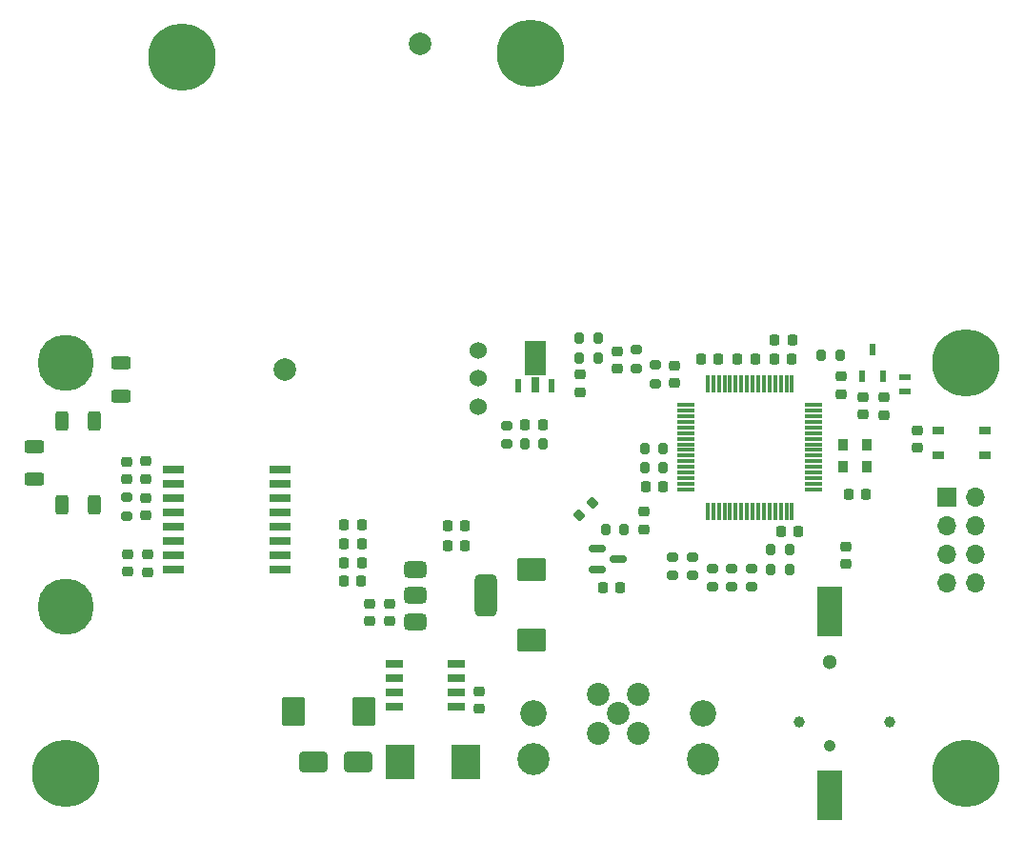
<source format=gbr>
%TF.GenerationSoftware,KiCad,Pcbnew,8.0.5*%
%TF.CreationDate,2024-10-07T01:51:17+09:00*%
%TF.ProjectId,fsk-energymeter,66736b2d-656e-4657-9267-796d65746572,v0.0.1*%
%TF.SameCoordinates,Original*%
%TF.FileFunction,Soldermask,Top*%
%TF.FilePolarity,Negative*%
%FSLAX46Y46*%
G04 Gerber Fmt 4.6, Leading zero omitted, Abs format (unit mm)*
G04 Created by KiCad (PCBNEW 8.0.5) date 2024-10-07 01:51:17*
%MOMM*%
%LPD*%
G01*
G04 APERTURE LIST*
G04 Aperture macros list*
%AMRoundRect*
0 Rectangle with rounded corners*
0 $1 Rounding radius*
0 $2 $3 $4 $5 $6 $7 $8 $9 X,Y pos of 4 corners*
0 Add a 4 corners polygon primitive as box body*
4,1,4,$2,$3,$4,$5,$6,$7,$8,$9,$2,$3,0*
0 Add four circle primitives for the rounded corners*
1,1,$1+$1,$2,$3*
1,1,$1+$1,$4,$5*
1,1,$1+$1,$6,$7*
1,1,$1+$1,$8,$9*
0 Add four rect primitives between the rounded corners*
20,1,$1+$1,$2,$3,$4,$5,0*
20,1,$1+$1,$4,$5,$6,$7,0*
20,1,$1+$1,$6,$7,$8,$9,0*
20,1,$1+$1,$8,$9,$2,$3,0*%
G04 Aperture macros list end*
%ADD10RoundRect,0.225000X-0.225000X-0.250000X0.225000X-0.250000X0.225000X0.250000X-0.225000X0.250000X0*%
%ADD11RoundRect,0.225000X0.250000X-0.225000X0.250000X0.225000X-0.250000X0.225000X-0.250000X-0.225000X0*%
%ADD12RoundRect,0.200000X-0.200000X-0.275000X0.200000X-0.275000X0.200000X0.275000X-0.200000X0.275000X0*%
%ADD13RoundRect,0.225000X0.225000X0.250000X-0.225000X0.250000X-0.225000X-0.250000X0.225000X-0.250000X0*%
%ADD14C,3.400000*%
%ADD15C,6.000000*%
%ADD16RoundRect,0.200000X-0.275000X0.200000X-0.275000X-0.200000X0.275000X-0.200000X0.275000X0.200000X0*%
%ADD17RoundRect,0.200000X0.053033X-0.335876X0.335876X-0.053033X-0.053033X0.335876X-0.335876X0.053033X0*%
%ADD18C,1.050000*%
%ADD19C,1.300000*%
%ADD20R,2.300000X4.500000*%
%ADD21RoundRect,0.225000X-0.250000X0.225000X-0.250000X-0.225000X0.250000X-0.225000X0.250000X0.225000X0*%
%ADD22R,0.550000X1.300000*%
%ADD23R,0.800000X1.475000*%
%ADD24R,1.850000X3.125000*%
%ADD25RoundRect,0.250000X0.787500X1.025000X-0.787500X1.025000X-0.787500X-1.025000X0.787500X-1.025000X0*%
%ADD26RoundRect,0.250000X1.025000X-0.787500X1.025000X0.787500X-1.025000X0.787500X-1.025000X-0.787500X0*%
%ADD27C,2.900000*%
%ADD28C,5.000000*%
%ADD29RoundRect,0.075000X0.700000X0.075000X-0.700000X0.075000X-0.700000X-0.075000X0.700000X-0.075000X0*%
%ADD30RoundRect,0.075000X0.075000X0.700000X-0.075000X0.700000X-0.075000X-0.700000X0.075000X-0.700000X0*%
%ADD31R,0.600000X1.000000*%
%ADD32RoundRect,0.250000X0.312500X0.625000X-0.312500X0.625000X-0.312500X-0.625000X0.312500X-0.625000X0*%
%ADD33RoundRect,0.200000X0.275000X-0.200000X0.275000X0.200000X-0.275000X0.200000X-0.275000X-0.200000X0*%
%ADD34RoundRect,0.218750X-0.256250X0.218750X-0.256250X-0.218750X0.256250X-0.218750X0.256250X0.218750X0*%
%ADD35RoundRect,0.250000X-0.625000X0.312500X-0.625000X-0.312500X0.625000X-0.312500X0.625000X0.312500X0*%
%ADD36C,2.000000*%
%ADD37C,1.524000*%
%ADD38RoundRect,0.250000X1.000000X0.650000X-1.000000X0.650000X-1.000000X-0.650000X1.000000X-0.650000X0*%
%ADD39R,0.900000X1.000000*%
%ADD40RoundRect,0.150000X-0.587500X-0.150000X0.587500X-0.150000X0.587500X0.150000X-0.587500X0.150000X0*%
%ADD41RoundRect,0.500000X-0.500000X-1.400000X0.500000X-1.400000X0.500000X1.400000X-0.500000X1.400000X0*%
%ADD42RoundRect,0.375000X-0.625000X-0.375000X0.625000X-0.375000X0.625000X0.375000X-0.625000X0.375000X0*%
%ADD43R,1.700000X1.700000*%
%ADD44O,1.700000X1.700000*%
%ADD45C,2.350000*%
%ADD46C,2.850000*%
%ADD47C,2.025000*%
%ADD48R,1.528000X0.650000*%
%ADD49RoundRect,0.200000X0.200000X0.275000X-0.200000X0.275000X-0.200000X-0.275000X0.200000X-0.275000X0*%
%ADD50R,2.550000X3.050000*%
%ADD51RoundRect,0.250000X-0.312500X-0.625000X0.312500X-0.625000X0.312500X0.625000X-0.312500X0.625000X0*%
%ADD52R,1.000000X0.500000*%
%ADD53R,1.050000X0.650000*%
%ADD54R,1.925000X0.650000*%
%ADD55C,1.000000*%
G04 APERTURE END LIST*
D10*
%TO.C,C16*%
X141975000Y-76775000D03*
X143525000Y-76775000D03*
%TD*%
D11*
%TO.C,C3*%
X139600000Y-78875000D03*
X139600000Y-77325000D03*
%TD*%
D12*
%TO.C,R23*%
X148175000Y-93700000D03*
X149825000Y-93700000D03*
%TD*%
D11*
%TO.C,C24*%
X122250000Y-107825000D03*
X122250000Y-106275000D03*
%TD*%
D13*
%TO.C,C2*%
X127900000Y-82600000D03*
X126350000Y-82600000D03*
%TD*%
%TO.C,C23*%
X134775000Y-97100000D03*
X133225000Y-97100000D03*
%TD*%
D14*
%TO.C,H5*%
X126800000Y-49600000D03*
D15*
X126800000Y-49600000D03*
%TD*%
D16*
%TO.C,R18*%
X141200000Y-94375000D03*
X141200000Y-96025000D03*
%TD*%
D17*
%TO.C,R12*%
X131116637Y-90683363D03*
X132283363Y-89516637D03*
%TD*%
D13*
%TO.C,C19*%
X138575000Y-88100000D03*
X137025000Y-88100000D03*
%TD*%
%TO.C,C14*%
X156650000Y-88775000D03*
X155100000Y-88775000D03*
%TD*%
D18*
%TO.C,BT1*%
X153400000Y-111100000D03*
D19*
X153400000Y-103650000D03*
D20*
X153400000Y-99175000D03*
X153400000Y-115575000D03*
%TD*%
D21*
%TO.C,C8*%
X91000000Y-94125000D03*
X91000000Y-95675000D03*
%TD*%
%TO.C,C13*%
X134500000Y-76050000D03*
X134500000Y-77600000D03*
%TD*%
D22*
%TO.C,IC1*%
X125700000Y-79100000D03*
D23*
X127200000Y-79012000D03*
D22*
X128700000Y-79100000D03*
D24*
X127200000Y-76712000D03*
%TD*%
D25*
%TO.C,C25*%
X111975000Y-108100000D03*
X105750000Y-108100000D03*
%TD*%
D14*
%TO.C,H7*%
X165500000Y-113600000D03*
D15*
X165500000Y-113600000D03*
%TD*%
D10*
%TO.C,C28*%
X119425000Y-91600000D03*
X120975000Y-91600000D03*
%TD*%
D26*
%TO.C,C26*%
X126900000Y-101712500D03*
X126900000Y-95487500D03*
%TD*%
D21*
%TO.C,C33*%
X154800000Y-93450000D03*
X154800000Y-95000000D03*
%TD*%
D11*
%TO.C,C29*%
X114300000Y-100075000D03*
X114300000Y-98525000D03*
%TD*%
D21*
%TO.C,C20*%
X154400000Y-78325000D03*
X154400000Y-79875000D03*
%TD*%
D27*
%TO.C,H1*%
X85500000Y-77100000D03*
D28*
X85500000Y-77100000D03*
%TD*%
D29*
%TO.C,U3*%
X151975000Y-88350000D03*
X151975000Y-87850000D03*
X151975000Y-87350000D03*
X151975000Y-86850000D03*
X151975000Y-86350000D03*
X151975000Y-85850000D03*
X151975000Y-85350000D03*
X151975000Y-84850000D03*
X151975000Y-84350000D03*
X151975000Y-83850000D03*
X151975000Y-83350000D03*
X151975000Y-82850000D03*
X151975000Y-82350000D03*
X151975000Y-81850000D03*
X151975000Y-81350000D03*
X151975000Y-80850000D03*
D30*
X150050000Y-78925000D03*
X149550000Y-78925000D03*
X149050000Y-78925000D03*
X148550000Y-78925000D03*
X148050000Y-78925000D03*
X147550000Y-78925000D03*
X147050000Y-78925000D03*
X146550000Y-78925000D03*
X146050000Y-78925000D03*
X145550000Y-78925000D03*
X145050000Y-78925000D03*
X144550000Y-78925000D03*
X144050000Y-78925000D03*
X143550000Y-78925000D03*
X143050000Y-78925000D03*
X142550000Y-78925000D03*
D29*
X140625000Y-80850000D03*
X140625000Y-81350000D03*
X140625000Y-81850000D03*
X140625000Y-82350000D03*
X140625000Y-82850000D03*
X140625000Y-83350000D03*
X140625000Y-83850000D03*
X140625000Y-84350000D03*
X140625000Y-84850000D03*
X140625000Y-85350000D03*
X140625000Y-85850000D03*
X140625000Y-86350000D03*
X140625000Y-86850000D03*
X140625000Y-87350000D03*
X140625000Y-87850000D03*
X140625000Y-88350000D03*
D30*
X142550000Y-90275000D03*
X143050000Y-90275000D03*
X143550000Y-90275000D03*
X144050000Y-90275000D03*
X144550000Y-90275000D03*
X145050000Y-90275000D03*
X145550000Y-90275000D03*
X146050000Y-90275000D03*
X146550000Y-90275000D03*
X147050000Y-90275000D03*
X147550000Y-90275000D03*
X148050000Y-90275000D03*
X148550000Y-90275000D03*
X149050000Y-90275000D03*
X149550000Y-90275000D03*
X150050000Y-90275000D03*
%TD*%
D31*
%TO.C,IC3*%
X156245000Y-78300000D03*
X158155000Y-78300000D03*
X157200000Y-75900000D03*
%TD*%
D32*
%TO.C,R4*%
X88062500Y-82300000D03*
X85137500Y-82300000D03*
%TD*%
D12*
%TO.C,R1*%
X126300000Y-84300000D03*
X127950000Y-84300000D03*
%TD*%
D16*
%TO.C,R10*%
X136200000Y-75950000D03*
X136200000Y-77600000D03*
%TD*%
D21*
%TO.C,C31*%
X161200000Y-83125000D03*
X161200000Y-84675000D03*
%TD*%
D33*
%TO.C,R2*%
X137900000Y-78925000D03*
X137900000Y-77275000D03*
%TD*%
D21*
%TO.C,C7*%
X92800000Y-94150000D03*
X92800000Y-95700000D03*
%TD*%
D11*
%TO.C,C5*%
X90912000Y-87430000D03*
X90912000Y-85880000D03*
%TD*%
D34*
%TO.C,D3*%
X136900000Y-90312500D03*
X136900000Y-91887500D03*
%TD*%
D16*
%TO.C,R17*%
X139400000Y-94375000D03*
X139400000Y-96025000D03*
%TD*%
D10*
%TO.C,C12*%
X110250000Y-91500000D03*
X111800000Y-91500000D03*
%TD*%
D14*
%TO.C,H3*%
X85500000Y-113600000D03*
D15*
X85500000Y-113600000D03*
%TD*%
D14*
%TO.C,H6*%
X165500000Y-77100000D03*
D15*
X165500000Y-77100000D03*
%TD*%
D35*
%TO.C,R5*%
X82700000Y-84537500D03*
X82700000Y-87462500D03*
%TD*%
D10*
%TO.C,C9*%
X110250000Y-94900000D03*
X111800000Y-94900000D03*
%TD*%
D21*
%TO.C,C4*%
X92612000Y-85855000D03*
X92612000Y-87405000D03*
%TD*%
D10*
%TO.C,C15*%
X148525000Y-75100000D03*
X150075000Y-75100000D03*
%TD*%
D12*
%TO.C,R14*%
X136975000Y-86400000D03*
X138625000Y-86400000D03*
%TD*%
D11*
%TO.C,C30*%
X112500000Y-100075000D03*
X112500000Y-98525000D03*
%TD*%
D36*
%TO.C,U1*%
X105000000Y-77700000D03*
X117000000Y-48700000D03*
D37*
X122200000Y-81000000D03*
X122200000Y-78500000D03*
X122200000Y-76000000D03*
%TD*%
D16*
%TO.C,R11*%
X124700000Y-82650000D03*
X124700000Y-84300000D03*
%TD*%
D38*
%TO.C,D2*%
X111500000Y-112600000D03*
X107500000Y-112600000D03*
%TD*%
D39*
%TO.C,X1*%
X156700000Y-84425000D03*
X154600000Y-84425000D03*
X154600000Y-86325000D03*
X156700000Y-86325000D03*
%TD*%
D13*
%TO.C,C18*%
X150600000Y-92100000D03*
X149050000Y-92100000D03*
%TD*%
D40*
%TO.C,D1*%
X132725000Y-93600000D03*
X132725000Y-95500000D03*
X134600000Y-94550000D03*
%TD*%
D12*
%TO.C,R8*%
X131175000Y-76700000D03*
X132825000Y-76700000D03*
%TD*%
D41*
%TO.C,U2*%
X122850000Y-97800000D03*
D42*
X116550000Y-95500000D03*
X116550000Y-97800000D03*
X116550000Y-100100000D03*
%TD*%
D10*
%TO.C,C27*%
X119425000Y-93400000D03*
X120975000Y-93400000D03*
%TD*%
%TO.C,C10*%
X110225000Y-96500000D03*
X111775000Y-96500000D03*
%TD*%
D43*
%TO.C,J2*%
X163800000Y-89000000D03*
D44*
X163800000Y-91540000D03*
X163800000Y-94080000D03*
X163800000Y-96620000D03*
X166340000Y-89000000D03*
X166340000Y-91540000D03*
X166340000Y-94080000D03*
X166340000Y-96620000D03*
%TD*%
D10*
%TO.C,C11*%
X110250000Y-93200000D03*
X111800000Y-93200000D03*
%TD*%
D21*
%TO.C,C21*%
X156400000Y-80150000D03*
X156400000Y-81700000D03*
%TD*%
D45*
%TO.C,J1*%
X127100000Y-108300000D03*
D46*
X127100000Y-112300000D03*
D45*
X142100000Y-108300000D03*
D46*
X142100000Y-112300000D03*
D47*
X132830000Y-106530000D03*
X136370000Y-106530000D03*
X136370000Y-110070000D03*
X132830000Y-110070000D03*
X134600000Y-108300000D03*
%TD*%
D48*
%TO.C,IC4*%
X120172000Y-107705000D03*
X120172000Y-106435000D03*
X120172000Y-105165000D03*
X120172000Y-103895000D03*
X114750000Y-103895000D03*
X114750000Y-105165000D03*
X114750000Y-106435000D03*
X114750000Y-107705000D03*
%TD*%
D49*
%TO.C,R16*%
X154325000Y-76400000D03*
X152675000Y-76400000D03*
%TD*%
D35*
%TO.C,R3*%
X90400000Y-77137500D03*
X90400000Y-80062500D03*
%TD*%
D49*
%TO.C,R13*%
X138625000Y-84700000D03*
X136975000Y-84700000D03*
%TD*%
D21*
%TO.C,C1*%
X131250000Y-78150000D03*
X131250000Y-79700000D03*
%TD*%
D50*
%TO.C,L1*%
X121100000Y-112600000D03*
X115200000Y-112600000D03*
%TD*%
D27*
%TO.C,H2*%
X85500000Y-98800000D03*
D28*
X85500000Y-98800000D03*
%TD*%
D33*
%TO.C,R21*%
X144700000Y-97025000D03*
X144700000Y-95375000D03*
%TD*%
D16*
%TO.C,R7*%
X90900000Y-89075000D03*
X90900000Y-90725000D03*
%TD*%
D33*
%TO.C,R22*%
X143000000Y-97000000D03*
X143000000Y-95350000D03*
%TD*%
D14*
%TO.C,H4*%
X95800000Y-49900000D03*
D15*
X95800000Y-49900000D03*
%TD*%
D51*
%TO.C,R6*%
X85137500Y-89700000D03*
X88062500Y-89700000D03*
%TD*%
D12*
%TO.C,R9*%
X131175000Y-74900000D03*
X132825000Y-74900000D03*
%TD*%
D10*
%TO.C,C17*%
X148500000Y-76800000D03*
X150050000Y-76800000D03*
%TD*%
D52*
%TO.C,JP1*%
X160100000Y-78350000D03*
X160100000Y-79650000D03*
%TD*%
D53*
%TO.C,SW1*%
X163025000Y-83125000D03*
X167175000Y-83125000D03*
X163025000Y-85275000D03*
X167175000Y-85275000D03*
%TD*%
D13*
%TO.C,C32*%
X146775000Y-76800000D03*
X145225000Y-76800000D03*
%TD*%
D33*
%TO.C,R20*%
X146437500Y-97012500D03*
X146437500Y-95362500D03*
%TD*%
D11*
%TO.C,C6*%
X92600000Y-90675000D03*
X92600000Y-89125000D03*
%TD*%
D54*
%TO.C,IC2*%
X95088000Y-86555000D03*
X95088000Y-87825000D03*
X95088000Y-89095000D03*
X95088000Y-90365000D03*
X95088000Y-91635000D03*
X95088000Y-92905000D03*
X95088000Y-94175000D03*
X95088000Y-95445000D03*
X104512000Y-95445000D03*
X104512000Y-94175000D03*
X104512000Y-92905000D03*
X104512000Y-91635000D03*
X104512000Y-90365000D03*
X104512000Y-89095000D03*
X104512000Y-87825000D03*
X104512000Y-86555000D03*
%TD*%
D21*
%TO.C,C22*%
X158200000Y-80175000D03*
X158200000Y-81725000D03*
%TD*%
D49*
%TO.C,R15*%
X135125000Y-91900000D03*
X133475000Y-91900000D03*
%TD*%
%TO.C,R19*%
X149825000Y-95500000D03*
X148175000Y-95500000D03*
%TD*%
D55*
%TO.C,J3*%
X158700000Y-109000000D03*
X150700000Y-109000000D03*
%TD*%
M02*

</source>
